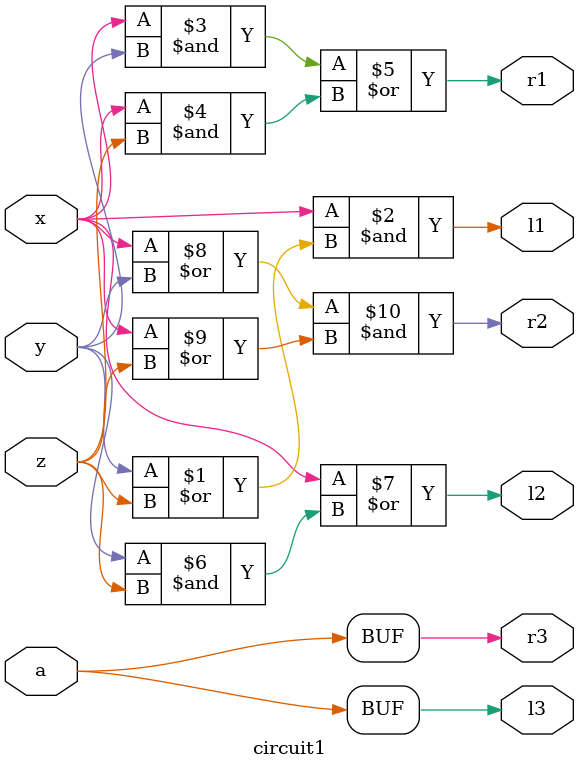
<source format=v>
module circuit1(x,y,z,a,l1,r1,l2,r2,l3,r3);
input x,y,z,a;
output l1,r1,l2,r2,l3,r3;
assign l1=(x&(y|z));
assign r1=((x&y)|(x&z));
assign l2=(x|(y&z));
assign r2=((x|y)&(x|z));
assign l3=a;
assign r3=~(~a);
endmodule

</source>
